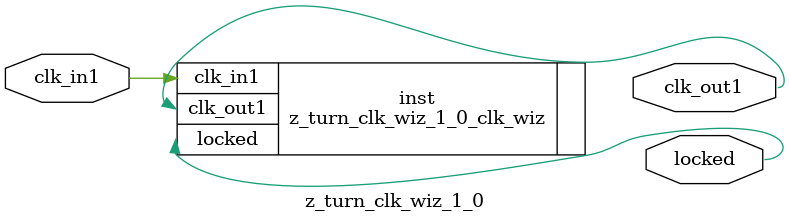
<source format=v>


`timescale 1ps/1ps

(* CORE_GENERATION_INFO = "z_turn_clk_wiz_1_0,clk_wiz_v5_4_0_0,{component_name=z_turn_clk_wiz_1_0,use_phase_alignment=true,use_min_o_jitter=false,use_max_i_jitter=false,use_dyn_phase_shift=false,use_inclk_switchover=false,use_dyn_reconfig=false,enable_axi=0,feedback_source=FDBK_AUTO,PRIMITIVE=MMCM,num_out_clk=1,clkin1_period=10.000,clkin2_period=10.000,use_power_down=false,use_reset=false,use_locked=true,use_inclk_stopped=false,feedback_type=SINGLE,CLOCK_MGR_TYPE=NA,manual_override=false}" *)

module z_turn_clk_wiz_1_0 
 (
  // Clock out ports
  output        clk_out1,
  // Status and control signals
  output        locked,
 // Clock in ports
  input         clk_in1
 );

  z_turn_clk_wiz_1_0_clk_wiz inst
  (
  // Clock out ports  
  .clk_out1(clk_out1),
  // Status and control signals               
  .locked(locked),
 // Clock in ports
  .clk_in1(clk_in1)
  );

endmodule

</source>
